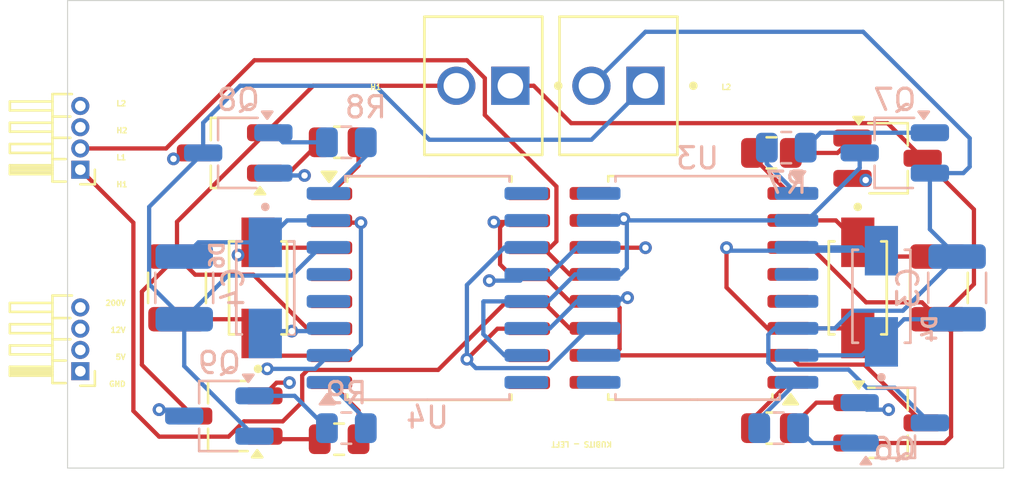
<source format=kicad_pcb>
(kicad_pcb (version 20240108) (generator "pcbnew") (generator_version "8.0")
  (layers (0 "F.Cu" signal) (1 "In1.Cu" power "power.Cu") (2 "In2.Cu" power "ground.Cu") (31 "B.Cu" signal) (34 "B.Paste" user) (35 "F.Paste" user) (36 "B.SilkS" user "B.Silkscreen") (37 "F.SilkS" user "F.Silkscreen") (38 "B.Mask" user) (39 "F.Mask" user) (44 "Edge.Cuts" user))
  (net 0 "")
  (net 1 "hout1")
  (net 2 "lout1")
  (net 3 "VB1")
  (net 4 "V2_12")
  (net 5 "flyout")
  (net 6 "hout2")
  (net 7 "V3_5")
  (net 8 "lout2")
  (net 9 "Net-(Q5-G)")
  (net 10 "Net-(Q2-G)")
  (net 11 "Net-(Q3-G)")
  (net 12 "Net-(Q4-G)")
  (net 13 "Net-(Q6-G)")
  (net 14 "Net-(Q7-G)")
  (net 15 "Net-(Q8-G)")
  (net 16 "Net-(U1-HO)")
  (net 17 "Net-(U1-LO)")
  (net 18 "Net-(U3-HO)")
  (net 19 "Net-(U3-LO)")
  (net 20 "Net-(U2-HO)")
  (net 21 "Net-(U2-LO)")
  (net 24 "Net-(Q9-G)")
  (net 25 "Net-(U4-HO)")
  (net 26 "Net-(U4-LO)")
  (net 45 "VB2")
  (net 46 "/coil_1_bridge/VLIN1")
  (net 47 "/coil_1_bridge/VHIN1")
  (net 48 "/coil_2_bridge/VLIN2")
  (net 49 "/coil_2_bridge/VHIN2")
  (net 50 "GND")
  (net 51 "VB3")
  (net 52 "VB4")
  (footprint "Capacitor_SMD:C_1210_3225Metric" (layer "F.Cu") (at 131.952352 73.130881 -90)
    (property "Reference" "C1" (hide yes))
    (property "Value" "10u")
    (pad "1" smd roundrect (at -1.475 0 270) (size 1.15 2.7) (layers "F.Cu" "F.Paste" "F.Mask") (roundrect_rratio 0.217391) (net 1 "hout1"))
    (pad "2" smd roundrect (at 1.475 0 270) (size 1.15 2.7) (layers "F.Cu" "F.Paste" "F.Mask") (roundrect_rratio 0.217391) (net 3 "VB1"))
  )
  (footprint "footprints:DIOM5227X250N" (layer "F.Cu") (at 135.762352 73.130881 90)
    (property "Reference" "D1" (hide yes))
    (property "Value" "ES1J")
    (pad "1" smd rect (at -2.145 0 90) (size 2.33 1.56) (layers "F.Cu" "F.Paste" "F.Mask") (net 3 "VB1"))
    (pad "2" smd rect (at 2.145 0 90) (size 2.33 1.56) (layers "F.Cu" "F.Paste" "F.Mask") (net 4 "V2_12"))
  )
  (footprint "Resistor_SMD:R_0805_2012Metric" (layer "F.Cu") (at 139.572352 66.280881 180)
    (property "Reference" "R3" (hide yes))
    (property "Value" "10")
    (pad "1" smd roundrect (at -0.9125 0 180) (size 1.025 1.4) (layers "F.Cu" "F.Paste" "F.Mask") (roundrect_rratio 0.243902) (net 17 "Net-(U1-LO)"))
    (pad "2" smd roundrect (at 0.9125 0 180) (size 1.025 1.4) (layers "F.Cu" "F.Paste" "F.Mask") (roundrect_rratio 0.243902) (net 11 "Net-(Q3-G)"))
  )
  (footprint "TE_282834-2:TE_282834-2" (layer "F.Cu") (at 146.352352 63.620881 180)
    (property "Reference" "J1" (hide yes))
    (property "Value" "282834-2" (hide yes))
    (pad "1" thru_hole rect (at -1.27 0 180) (size 1.8 1.8) (drill 1.2) (layers "*.Cu" "*.Mask") (net 2 "lout1"))
    (pad "2" thru_hole circle (at 1.27 0 180) (size 1.8 1.8) (drill 1.2) (layers "*.Cu" "*.Mask") (net 1 "hout1"))
  )
  (footprint "TE_282834-2:TE_282834-2" (layer "F.Cu") (at 152.702352 63.620881 180)
    (property "Reference" "J3" (hide yes))
    (property "Value" "282834-2" (hide yes))
    (pad "1" thru_hole rect (at -1.27 0 180) (size 1.8 1.8) (drill 1.2) (layers "*.Cu" "*.Mask") (net 8 "lout2"))
    (pad "2" thru_hole circle (at 1.27 0 180) (size 1.8 1.8) (drill 1.2) (layers "*.Cu" "*.Mask") (net 6 "hout2"))
  )
  (footprint "Connector_PinHeader_1.00mm:PinHeader_1x04_P1.00mm_Horizontal" (layer "F.Cu") (at 127.407352 77.050881 180)
    (property "Reference" "J6" (hide yes))
    (property "Value" "Conn_01x04_Pin" (hide yes))
    (pad "1" thru_hole rect (at 0 0 180) (size 0.85 0.85) (drill 0.5) (layers "*.Cu" "*.Mask") (net 50 "GND"))
    (pad "2" thru_hole oval (at 0 1 180) (size 0.85 0.85) (drill 0.5) (layers "*.Cu" "*.Mask") (net 7 "V3_5"))
    (pad "3" thru_hole oval (at 0 2 180) (size 0.85 0.85) (drill 0.5) (layers "*.Cu" "*.Mask") (net 4 "V2_12"))
    (pad "4" thru_hole oval (at 0 3 180) (size 0.85 0.85) (drill 0.5) (layers "*.Cu" "*.Mask") (net 5 "flyout"))
  )
  (footprint "Resistor_SMD:R_0805_2012Metric" (layer "F.Cu") (at 139.572352 80.250881 180)
    (property "Reference" "R2" (hide yes))
    (property "Value" "10")
    (pad "1" smd roundrect (at -0.9125 0 180) (size 1.025 1.4) (layers "F.Cu" "F.Paste" "F.Mask") (roundrect_rratio 0.243902) (net 16 "Net-(U1-HO)"))
    (pad "2" smd roundrect (at 0.9125 0 180) (size 1.025 1.4) (layers "F.Cu" "F.Paste" "F.Mask") (roundrect_rratio 0.243902) (net 10 "Net-(Q2-G)"))
  )
  (footprint "Package_TO_SOT_SMD:SC-59_Handsoldering" (layer "F.Cu") (at 165.352352 67.030881)
    (property "Reference" "Q4" (hide yes))
    (property "Value" "IRFP4668PbF")
    (pad "1" smd roundrect (at -1.65 -0.95) (size 1.8 0.8) (layers "F.Cu" "F.Paste" "F.Mask") (net 12 "Net-(Q4-G)"))
    (pad "2" smd roundrect (at -1.65 0.95) (size 1.8 0.8) (layers "F.Cu" "F.Paste" "F.Mask") (net 5 "flyout"))
    (pad "3" smd roundrect (at 1.65 0) (size 1.8 0.8) (layers "F.Cu" "F.Paste" "F.Mask") (net 2 "lout1"))
  )
  (footprint "Package_TO_SOT_SMD:SC-59_Handsoldering" (layer "F.Cu") (at 165.352352 79.480881)
    (property "Reference" "Q5" (hide yes))
    (property "Value" "IRFP4668PbF" (hide yes))
    (pad "1" smd roundrect (at -1.65 -0.95) (size 1.8 0.8) (layers "F.Cu" "F.Paste" "F.Mask") (net 9 "Net-(Q5-G)"))
    (pad "2" smd roundrect (at -1.65 0.95) (size 1.8 0.8) (layers "F.Cu" "F.Paste" "F.Mask") (net 2 "lout1"))
    (pad "3" smd roundrect (at 1.65 0) (size 1.8 0.8) (layers "F.Cu" "F.Paste" "F.Mask") (net 50 "GND"))
  )
  (footprint "Package_SO:SOIC-16W_7.5x10.3mm_P1.27mm" (layer "F.Cu") (at 156.082352 73.130881 180)
    (property "Reference" "U2" (hide yes))
    (property "Value" "IR2113S")
    (pad "1" smd roundrect (at -4.65 -4.445 180) (size 2.05 0.6) (layers "F.Cu" "F.Paste" "F.Mask") (net 21 "Net-(U2-LO)"))
    (pad "2" smd roundrect (at -4.65 -3.175 180) (size 2.05 0.6) (layers "F.Cu" "F.Paste" "F.Mask") (net 50 "GND"))
    (pad "3" smd roundrect (at -4.65 -1.905 180) (size 2.05 0.6) (layers "F.Cu" "F.Paste" "F.Mask") (net 4 "V2_12"))
    (pad "4" smd roundrect (at -4.65 -0.635 180) (size 2.05 0.6) (layers "F.Cu" "F.Paste" "F.Mask"))
    (pad "5" smd roundrect (at -4.65 0.635 180) (size 2.05 0.6) (layers "F.Cu" "F.Paste" "F.Mask"))
    (pad "6" smd roundrect (at -4.65 1.905 180) (size 2.05 0.6) (layers "F.Cu" "F.Paste" "F.Mask") (net 2 "lout1"))
    (pad "7" smd roundrect (at -4.65 3.175 180) (size 2.05 0.6) (layers "F.Cu" "F.Paste" "F.Mask") (net 45 "VB2"))
    (pad "8" smd roundrect (at -4.65 4.445 180) (size 2.05 0.6) (layers "F.Cu" "F.Paste" "F.Mask") (net 20 "Net-(U2-HO)"))
    (pad "9" smd roundrect (at 4.65 4.445 180) (size 2.05 0.6) (layers "F.Cu" "F.Paste" "F.Mask"))
    (pad "10" smd roundrect (at 4.65 3.175 180) (size 2.05 0.6) (layers "F.Cu" "F.Paste" "F.Mask"))
    (pad "11" smd roundrect (at 4.65 1.905 180) (size 2.05 0.6) (layers "F.Cu" "F.Paste" "F.Mask") (net 7 "V3_5"))
    (pad "12" smd roundrect (at 4.65 0.635 180) (size 2.05 0.6) (layers "F.Cu" "F.Paste" "F.Mask") (net 46 "/coil_1_bridge/VLIN1"))
    (pad "13" smd roundrect (at 4.65 -0.635 180) (size 2.05 0.6) (layers "F.Cu" "F.Paste" "F.Mask") (net 50 "GND"))
    (pad "14" smd roundrect (at 4.65 -1.905 180) (size 2.05 0.6) (layers "F.Cu" "F.Paste" "F.Mask") (net 47 "/coil_1_bridge/VHIN1"))
    (pad "15" smd roundrect (at 4.65 -3.175 180) (size 2.05 0.6) (layers "F.Cu" "F.Paste" "F.Mask") (net 50 "GND"))
    (pad "16" smd roundrect (at 4.65 -4.445 180) (size 2.05 0.6) (layers "F.Cu" "F.Paste" "F.Mask"))
  )
  (footprint "Connector_PinHeader_1.00mm:PinHeader_1x04_P1.00mm_Horizontal" (layer "F.Cu") (at 127.407352 67.570881 180)
    (property "Reference" "J5" (hide yes))
    (property "Value" "Conn_01x04_Pin" (hide yes))
    (pad "1" thru_hole rect (at 0 0 180) (size 0.85 0.85) (drill 0.5) (layers "*.Cu" "*.Mask") (net 47 "/coil_1_bridge/VHIN1"))
    (pad "2" thru_hole oval (at 0 1 180) (size 0.85 0.85) (drill 0.5) (layers "*.Cu" "*.Mask") (net 46 "/coil_1_bridge/VLIN1"))
    (pad "3" thru_hole oval (at 0 2 180) (size 0.85 0.85) (drill 0.5) (layers "*.Cu" "*.Mask") (net 49 "/coil_2_bridge/VHIN2"))
    (pad "4" thru_hole oval (at 0 3 180) (size 0.85 0.85) (drill 0.5) (layers "*.Cu" "*.Mask") (net 48 "/coil_2_bridge/VLIN2"))
  )
  (footprint "Package_TO_SOT_SMD:SC-59_Handsoldering" (layer "F.Cu") (at 134.492352 66.780881 180)
    (property "Reference" "Q3" (hide yes))
    (property "Value" "IRFP4668PbF" (hide yes))
    (pad "1" smd roundrect (at -1.65 -0.95 180) (size 1.8 0.8) (layers "F.Cu" "F.Paste" "F.Mask") (net 11 "Net-(Q3-G)"))
    (pad "2" smd roundrect (at -1.65 0.95 180) (size 1.8 0.8) (layers "F.Cu" "F.Paste" "F.Mask") (net 1 "hout1"))
    (pad "3" smd roundrect (at 1.65 0 180) (size 1.8 0.8) (layers "F.Cu" "F.Paste" "F.Mask") (net 50 "GND"))
  )
  (footprint "Capacitor_SMD:C_1210_3225Metric" (layer "F.Cu") (at 167.762352 73.130881 90)
    (property "Reference" "C2" (hide yes))
    (property "Value" "10u")
    (pad "1" smd roundrect (at -1.475 0 90) (size 1.15 2.7) (layers "F.Cu" "F.Paste" "F.Mask") (roundrect_rratio 0.217391) (net 2 "lout1"))
    (pad "2" smd roundrect (at 1.475 0 90) (size 1.15 2.7) (layers "F.Cu" "F.Paste" "F.Mask") (roundrect_rratio 0.217391) (net 45 "VB2"))
  )
  (footprint "Resistor_SMD:R_0805_2012Metric" (layer "F.Cu") (at 159.892352 79.730881)
    (property "Reference" "R5" (hide yes))
    (property "Value" "10" (hide yes))
    (pad "1" smd roundrect (at -0.9125 0) (size 1.025 1.4) (layers "F.Cu" "F.Paste" "F.Mask") (roundrect_rratio 0.243902) (net 21 "Net-(U2-LO)"))
    (pad "2" smd roundrect (at 0.9125 0) (size 1.025 1.4) (layers "F.Cu" "F.Paste" "F.Mask") (roundrect_rratio 0.243902) (net 9 "Net-(Q5-G)"))
  )
  (footprint "Package_TO_SOT_SMD:SC-59_Handsoldering" (layer "F.Cu") (at 134.362352 79.160881 180)
    (property "Reference" "Q2" (hide yes))
    (property "Value" "IRFP4668PbF" (hide yes))
    (pad "1" smd roundrect (at -1.65 -0.95 180) (size 1.8 0.8) (layers "F.Cu" "F.Paste" "F.Mask") (net 10 "Net-(Q2-G)"))
    (pad "2" smd roundrect (at -1.65 0.95 180) (size 1.8 0.8) (layers "F.Cu" "F.Paste" "F.Mask") (net 5 "flyout"))
    (pad "3" smd roundrect (at 1.65 0 180) (size 1.8 0.8) (layers "F.Cu" "F.Paste" "F.Mask") (net 1 "hout1"))
  )
  (footprint "footprints:DIOM5227X250N" (layer "F.Cu") (at 163.952352 73.130881 -90)
    (property "Reference" "D2" (hide yes))
    (property "Value" "ES1J")
    (pad "1" smd rect (at -2.145 0 270) (size 2.33 1.56) (layers "F.Cu" "F.Paste" "F.Mask") (net 45 "VB2"))
    (pad "2" smd rect (at 2.145 0 270) (size 2.33 1.56) (layers "F.Cu" "F.Paste" "F.Mask") (net 4 "V2_12"))
  )
  (footprint "Resistor_SMD:R_0805_2012Metric" (layer "F.Cu") (at 159.892352 66.780881)
    (property "Reference" "R4" (hide yes))
    (property "Value" "10")
    (pad "1" smd roundrect (at -0.9125 0) (size 1.025 1.4) (layers "F.Cu" "F.Paste" "F.Mask") (roundrect_rratio 0.243902) (net 20 "Net-(U2-HO)"))
    (pad "2" smd roundrect (at 0.9125 0) (size 1.025 1.4) (layers "F.Cu" "F.Paste" "F.Mask") (roundrect_rratio 0.243902) (net 12 "Net-(Q4-G)"))
  )
  (footprint "Package_SO:SOIC-16W_7.5x10.3mm_P1.27mm" (layer "F.Cu") (at 143.812352 73.145881)
    (property "Reference" "U1" (hide yes))
    (property "Value" "IR2113S" (hide yes))
    (pad "1" smd roundrect (at -4.65 -4.445) (size 2.05 0.6) (layers "F.Cu" "F.Paste" "F.Mask") (net 17 "Net-(U1-LO)"))
    (pad "2" smd roundrect (at -4.65 -3.175) (size 2.05 0.6) (layers "F.Cu" "F.Paste" "F.Mask") (net 50 "GND"))
    (pad "3" smd roundrect (at -4.65 -1.905) (size 2.05 0.6) (layers "F.Cu" "F.Paste" "F.Mask") (net 4 "V2_12"))
    (pad "4" smd roundrect (at -4.65 -0.635) (size 2.05 0.6) (layers "F.Cu" "F.Paste" "F.Mask"))
    (pad "5" smd roundrect (at -4.65 0.635) (size 2.05 0.6) (layers "F.Cu" "F.Paste" "F.Mask"))
    (pad "6" smd roundrect (at -4.65 1.905) (size 2.05 0.6) (layers "F.Cu" "F.Paste" "F.Mask") (net 1 "hout1"))
    (pad "7" smd roundrect (at -4.65 3.175) (size 2.05 0.6) (layers "F.Cu" "F.Paste" "F.Mask") (net 3 "VB1"))
    (pad "8" smd roundrect (at -4.65 4.445) (size 2.05 0.6) (layers "F.Cu" "F.Paste" "F.Mask") (net 16 "Net-(U1-HO)"))
    (pad "9" smd roundrect (at 4.65 4.445) (size 2.05 0.6) (layers "F.Cu" "F.Paste" "F.Mask"))
    (pad "10" smd roundrect (at 4.65 3.175) (size 2.05 0.6) (layers "F.Cu" "F.Paste" "F.Mask"))
    (pad "11" smd roundrect (at 4.65 1.905) (size 2.05 0.6) (layers "F.Cu" "F.Paste" "F.Mask") (net 7 "V3_5"))
    (pad "12" smd roundrect (at 4.65 0.635) (size 2.05 0.6) (layers "F.Cu" "F.Paste" "F.Mask") (net 47 "/coil_1_bridge/VHIN1"))
    (pad "13" smd roundrect (at 4.65 -0.635) (size 2.05 0.6) (layers "F.Cu" "F.Paste" "F.Mask") (net 50 "GND"))
    (pad "14" smd roundrect (at 4.65 -1.905) (size 2.05 0.6) (layers "F.Cu" "F.Paste" "F.Mask") (net 46 "/coil_1_bridge/VLIN1"))
    (pad "15" smd roundrect (at 4.65 -3.175) (size 2.05 0.6) (layers "F.Cu" "F.Paste" "F.Mask") (net 50 "GND"))
    (pad "16" smd roundrect (at 4.65 -4.445) (size 2.05 0.6) (layers "F.Cu" "F.Paste" "F.Mask"))
  )
  (footprint "Package_TO_SOT_SMD:SC-59_Handsoldering" (layer "B.Cu") (at 133.942352 79.160881 180)
    (property "Reference" "Q9" (at 0 2.5 0) (layer "B.SilkS") (effects (justify mirror)))
    (property "Value" "IRFP4668PbF" (hide yes))
    (pad "1" smd roundrect (at -1.65 0.95 180) (size 1.8 0.8) (layers "B.Cu" "B.Paste" "B.Mask") (net 24 "Net-(Q9-G)"))
    (pad "2" smd roundrect (at -1.65 -0.95 180) (size 1.8 0.8) (layers "B.Cu" "B.Paste" "B.Mask") (net 8 "lout2"))
    (pad "3" smd roundrect (at 1.65 0 180) (size 1.8 0.8) (layers "B.Cu" "B.Paste" "B.Mask") (net 50 "GND"))
  )
  (footprint "Capacitor_SMD:C_1210_3225Metric" (layer "B.Cu") (at 168.622352 73.130881 -90)
    (property "Reference" "C3" (at 0 2.3 90) (layer "B.SilkS") (effects (justify mirror)))
    (property "Value" "10u")
    (pad "1" smd roundrect (at -1.475 0 270) (size 1.15 2.7) (layers "B.Cu" "B.Paste" "B.Mask") (roundrect_rratio 0.217391) (net 6 "hout2"))
    (pad "2" smd roundrect (at 1.475 0 270) (size 1.15 2.7) (layers "B.Cu" "B.Paste" "B.Mask") (roundrect_rratio 0.217391) (net 51 "VB3"))
  )
  (footprint "Package_SO:SOIC-16W_7.5x10.3mm_P1.27mm" (layer "B.Cu") (at 156.422352 73.130881 180)
    (property "Reference" "U3" (at 0 6.1 0) (layer "B.SilkS") (effects (justify mirror)))
    (property "Value" "IR2113S")
    (pad "1" smd roundrect (at -4.65 4.445 180) (size 2.05 0.6) (layers "B.Cu" "B.Paste" "B.Mask") (net 19 "Net-(U3-LO)"))
    (pad "2" smd roundrect (at -4.65 3.175 180) (size 2.05 0.6) (layers "B.Cu" "B.Paste" "B.Mask") (net 50 "GND"))
    (pad "3" smd roundrect (at -4.65 1.905 180) (size 2.05 0.6) (layers "B.Cu" "B.Paste" "B.Mask") (net 4 "V2_12"))
    (pad "4" smd roundrect (at -4.65 0.635 180) (size 2.05 0.6) (layers "B.Cu" "B.Paste" "B.Mask"))
    (pad "5" smd roundrect (at -4.65 -0.635 180) (size 2.05 0.6) (layers "B.Cu" "B.Paste" "B.Mask"))
    (pad "6" smd roundrect (at -4.65 -1.905 180) (size 2.05 0.6) (layers "B.Cu" "B.Paste" "B.Mask") (net 6 "hout2"))
    (pad "7" smd roundrect (at -4.65 -3.175 180) (size 2.05 0.6) (layers "B.Cu" "B.Paste" "B.Mask") (net 51 "VB3"))
    (pad "8" smd roundrect (at -4.65 -4.445 180) (size 2.05 0.6) (layers "B.Cu" "B.Paste" "B.Mask") (net 18 "Net-(U3-HO)"))
    (pad "9" smd roundrect (at 4.65 -4.445 180) (size 2.05 0.6) (layers "B.Cu" "B.Paste" "B.Mask"))
    (pad "10" smd roundrect (at 4.65 -3.175 180) (size 2.05 0.6) (layers "B.Cu" "B.Paste" "B.Mask"))
    (pad "11" smd roundrect (at 4.65 -1.905 180) (size 2.05 0.6) (layers "B.Cu" "B.Paste" "B.Mask") (net 7 "V3_5"))
    (pad "12" smd roundrect (at 4.65 -0.635 180) (size 2.05 0.6) (layers "B.Cu" "B.Paste" "B.Mask") (net 49 "/coil_2_bridge/VHIN2"))
    (pad "13" smd roundrect (at 4.65 0.635 180) (size 2.05 0.6) (layers "B.Cu" "B.Paste" "B.Mask") (net 50 "GND"))
    (pad "14" smd roundrect (at 4.65 1.905 180) (size 2.05 0.6) (layers "B.Cu" "B.Paste" "B.Mask") (net 48 "/coil_2_bridge/VLIN2"))
    (pad "15" smd roundrect (at 4.65 3.175 180) (size 2.05 0.6) (layers "B.Cu" "B.Paste" "B.Mask") (net 50 "GND"))
    (pad "16" smd roundrect (at 4.65 4.445 180) (size 2.05 0.6) (layers "B.Cu" "B.Paste" "B.Mask"))
  )
  (footprint "Package_SO:SOIC-16W_7.5x10.3mm_P1.27mm" (layer "B.Cu") (at 143.722352 73.130881)
    (property "Reference" "U4" (at 0 6.1 0) (layer "B.SilkS") (effects (justify mirror)))
    (property "Value" "IR2113S")
    (pad "1" smd roundrect (at -4.65 4.445) (size 2.05 0.6) (layers "B.Cu" "B.Paste" "B.Mask") (net 26 "Net-(U4-LO)"))
    (pad "2" smd roundrect (at -4.65 3.175) (size 2.05 0.6) (layers "B.Cu" "B.Paste" "B.Mask") (net 50 "GND"))
    (pad "3" smd roundrect (at -4.65 1.905) (size 2.05 0.6) (layers "B.Cu" "B.Paste" "B.Mask") (net 4 "V2_12"))
    (pad "4" smd roundrect (at -4.65 0.635) (size 2.05 0.6) (layers "B.Cu" "B.Paste" "B.Mask"))
    (pad "5" smd roundrect (at -4.65 -0.635) (size 2.05 0.6) (layers "B.Cu" "B.Paste" "B.Mask"))
    (pad "6" smd roundrect (at -4.65 -1.905) (size 2.05 0.6) (layers "B.Cu" "B.Paste" "B.Mask") (net 8 "lout2"))
    (pad "7" smd roundrect (at -4.65 -3.175) (size 2.05 0.6) (layers "B.Cu" "B.Paste" "B.Mask") (net 52 "VB4"))
    (pad "8" smd roundrect (at -4.65 -4.445) (size 2.05 0.6) (layers "B.Cu" "B.Paste" "B.Mask") (net 25 "Net-(U4-HO)"))
    (pad "9" smd roundrect (at 4.65 -4.445) (size 2.05 0.6) (layers "B.Cu" "B.Paste" "B.Mask"))
    (pad "10" smd roundrect (at 4.65 -3.175) (size 2.05 0.6) (layers "B.Cu" "B.Paste" "B.Mask"))
    (pad "11" smd roundrect (at 4.65 -1.905) (size 2.05 0.6) (layers "B.Cu" "B.Paste" "B.Mask") (net 7 "V3_5"))
    (pad "12" smd roundrect (at 4.65 -0.635) (size 2.05 0.6) (layers "B.Cu" "B.Paste" "B.Mask") (net 48 "/coil_2_bridge/VLIN2"))
    (pad "13" smd roundrect (at 4.65 0.635) (size 2.05 0.6) (layers "B.Cu" "B.Paste" "B.Mask") (net 50 "GND"))
    (pad "14" smd roundrect (at 4.65 1.905) (size 2.05 0.6) (layers "B.Cu" "B.Paste" "B.Mask") (net 49 "/coil_2_bridge/VHIN2"))
    (pad "15" smd roundrect (at 4.65 3.175) (size 2.05 0.6) (layers "B.Cu" "B.Paste" "B.Mask") (net 50 "GND"))
    (pad "16" smd roundrect (at 4.65 4.445) (size 2.05 0.6) (layers "B.Cu" "B.Paste" "B.Mask"))
  )
  (footprint "Resistor_SMD:R_0805_2012Metric" (layer "B.Cu") (at 139.912352 79.730881 180)
    (property "Reference" "R9" (at 0 1.65 0) (layer "B.SilkS") (effects (justify mirror)))
    (property "Value" "10")
    (pad "1" smd roundrect (at -0.9125 0 180) (size 1.025 1.4) (layers "B.Cu" "B.Paste" "B.Mask") (roundrect_rratio 0.243902) (net 26 "Net-(U4-LO)"))
    (pad "2" smd roundrect (at 0.9125 0 180) (size 1.025 1.4) (layers "B.Cu" "B.Paste" "B.Mask") (roundrect_rratio 0.243902) (net 24 "Net-(Q9-G)"))
  )
  (footprint "Package_TO_SOT_SMD:SC-59_Handsoldering" (layer "B.Cu") (at 134.832352 66.780881 180)
    (property "Reference" "Q8" (at 0 2.5 0) (layer "B.SilkS") (effects (justify mirror)))
    (property "Value" "IRFP4668PbF" (hide yes))
    (pad "1" smd roundrect (at -1.65 0.95 180) (size 1.8 0.8) (layers "B.Cu" "B.Paste" "B.Mask") (net 15 "Net-(Q8-G)"))
    (pad "2" smd roundrect (at -1.65 -0.95 180) (size 1.8 0.8) (layers "B.Cu" "B.Paste" "B.Mask") (net 5 "flyout"))
    (pad "3" smd roundrect (at 1.65 0 180) (size 1.8 0.8) (layers "B.Cu" "B.Paste" "B.Mask") (net 8 "lout2"))
  )
  (footprint "Resistor_SMD:R_0805_2012Metric" (layer "B.Cu") (at 160.589852 66.530881)
    (property "Reference" "R7" (at 0 1.65 0) (layer "B.SilkS") (effects (justify mirror)))
    (property "Value" "10")
    (pad "1" smd roundrect (at -0.9125 0) (size 1.025 1.4) (layers "B.Cu" "B.Paste" "B.Mask") (roundrect_rratio 0.243902) (net 19 "Net-(U3-LO)"))
    (pad "2" smd roundrect (at 0.9125 0) (size 1.025 1.4) (layers "B.Cu" "B.Paste" "B.Mask") (roundrect_rratio 0.243902) (net 14 "Net-(Q7-G)"))
  )
  (footprint "Package_TO_SOT_SMD:SC-59_Handsoldering" (layer "B.Cu") (at 165.692352 66.780881 180)
    (property "Reference" "Q7" (at 0 2.5 0) (layer "B.SilkS") (effects (justify mirror)))
    (property "Value" "IRFP4668PbF")
    (pad "1" smd roundrect (at -1.65 0.95 180) (size 1.8 0.8) (layers "B.Cu" "B.Paste" "B.Mask") (net 14 "Net-(Q7-G)"))
    (pad "2" smd roundrect (at -1.65 -0.95 180) (size 1.8 0.8) (layers "B.Cu" "B.Paste" "B.Mask") (net 6 "hout2"))
    (pad "3" smd roundrect (at 1.65 0 180) (size 1.8 0.8) (layers "B.Cu" "B.Paste" "B.Mask") (net 50 "GND"))
  )
  (footprint "footprints:DIOM5227X250N" (layer "B.Cu") (at 136.102352 73.130881 -90)
    (property "Reference" "D6" (at -1.528 2.2689 90) (layer "B.SilkS") (effects (font (size 0.64 0.64)) (justify mirror)))
    (property "Value" "ES1J")
    (pad "1" smd rect (at -2.145 0 270) (size 2.33 1.56) (layers "B.Cu" "B.Paste" "B.Mask") (net 52 "VB4"))
    (pad "2" smd rect (at 2.145 0 270) (size 2.33 1.56) (layers "B.Cu" "B.Paste" "B.Mask") (net 4 "V2_12"))
  )
  (footprint "Resistor_SMD:R_0805_2012Metric" (layer "B.Cu") (at 160.232352 79.730881)
    (property "Reference" "R6" (hide yes))
    (property "Value" "10")
    (pad "1" smd roundrect (at -0.9125 0) (size 1.025 1.4) (layers "B.Cu" "B.Paste" "B.Mask") (roundrect_rratio 0.243902) (net 18 "Net-(U3-HO)"))
    (pad "2" smd roundrect (at 0.9125 0) (size 1.025 1.4) (layers "B.Cu" "B.Paste" "B.Mask") (roundrect_rratio 0.243902) (net 13 "Net-(Q6-G)"))
  )
  (footprint "Package_TO_SOT_SMD:SC-59_Handsoldering" (layer "B.Cu") (at 165.692352 79.480881)
    (property "Reference" "Q6" (at 0 1.23 0) (layer "B.SilkS") (effects (justify mirror)))
    (property "Value" "IRFP4668PbF")
    (pad "1" smd roundrect (at -1.65 0.95) (size 1.8 0.8) (layers "B.Cu" "B.Paste" "B.Mask") (net 13 "Net-(Q6-G)"))
    (pad "2" smd roundrect (at -1.65 -0.95) (size 1.8 0.8) (layers "B.Cu" "B.Paste" "B.Mask") (net 5 "flyout"))
    (pad "3" smd roundrect (at 1.65 0) (size 1.8 0.8) (layers "B.Cu" "B.Paste" "B.Mask") (net 6 "hout2"))
  )
  (footprint "footprints:DIOM5227X250N" (layer "B.Cu") (at 165.062352 73.525881 90)
    (property "Reference" "D4" (at -1.528 2.2689 90) (layer "B.SilkS") (effects (font (size 0.64 0.64)) (justify mirror)))
    (property "Value" "ES1J")
    (pad "1" smd rect (at -2.145 0 90) (size 2.33 1.56) (layers "B.Cu" "B.Paste" "B.Mask") (net 51 "VB3"))
    (pad "2" smd rect (at 2.145 0 90) (size 2.33 1.56) (layers "B.Cu" "B.Paste" "B.Mask") (net 4 "V2_12"))
  )
  (footprint "Resistor_SMD:R_0805_2012Metric" (layer "B.Cu") (at 139.912352 66.280881 180)
    (property "Reference" "R8" (at -0.9125 1.65 0) (layer "B.SilkS") (effects (justify mirror)))
    (property "Value" "10" (hide yes))
    (pad "1" smd roundrect (at -0.9125 0 180) (size 1.025 1.4) (layers "B.Cu" "B.Paste" "B.Mask") (roundrect_rratio 0.243902) (net 25 "Net-(U4-HO)"))
    (pad "2" smd roundrect (at 0.9125 0 180) (size 1.025 1.4) (layers "B.Cu" "B.Paste" "B.Mask") (roundrect_rratio 0.243902) (net 15 "Net-(Q8-G)"))
  )
  (footprint "Capacitor_SMD:C_1210_3225Metric" (layer "B.Cu") (at 132.292352 73.130881 90)
    (property "Reference" "C4" (at 0 2.3 90) (layer "B.SilkS") (effects (justify mirror)))
    (property "Value" "10u")
    (pad "1" smd roundrect (at -1.475 0 90) (size 1.15 2.7) (layers "B.Cu" "B.Paste" "B.Mask") (roundrect_rratio 0.217391) (net 8 "lout2"))
    (pad "2" smd roundrect (at 1.475 0 90) (size 1.15 2.7) (layers "B.Cu" "B.Paste" "B.Mask") (roundrect_rratio 0.217391) (net 52 "VB4"))
  )
  (gr_rect (start 126.808 59.61) (end 170.808 81.61) (stroke (width 0.05)) (fill none) (layer "Edge.Cuts"))
  (gr_text "L2" (at 157.51 63.83 0) (layer "F.SilkS") (effects (font (size 0.25 0.25) (thickness 0.0625)) (justify left bottom)))
  (gr_text "L1" (at 129.07 67.14 0) (layer "F.SilkS") (effects (font (size 0.25 0.25) (thickness 0.0625)) (justify left bottom)))
  (gr_text "5V" (at 129.57 76.53 0) (layer "F.SilkS") (effects (font (size 0.25 0.25) (thickness 0.0625)) (justify right bottom)))
  (gr_text "H1" (at 129.07 68.41 0) (layer "F.SilkS") (effects (font (size 0.25 0.25) (thickness 0.0625)) (justify left bottom)))
  (gr_text "12V" (at 129.57 75.26 0) (layer "F.SilkS") (effects (font (size 0.25 0.25) (thickness 0.0625)) (justify right bottom)))
  (gr_text "H2" (at 129.07 65.87 0) (layer "F.SilkS") (effects (font (size 0.25 0.25) (thickness 0.0625)) (justify left bottom)))
  (gr_text "200V" (at 129.57 73.99 0) (layer "F.SilkS") (effects (font (size 0.25 0.25) (thickness 0.0625)) (justify right bottom)))
  (gr_text "L2" (at 129.07 64.6 0) (layer "F.SilkS") (effects (font (size 0.25 0.25) (thickness 0.0625)) (justify left bottom)))
  (gr_text "GND" (at 129.57 77.8 0) (layer "F.SilkS") (effects (font (size 0.25 0.25) (thickness 0.0625)) (justify right bottom)))
  (gr_text "KUBITS - LEFT" (at 152.43 80.34 180) (layer "F.SilkS") (effects (font (size 0.25 0.25) (thickness 0.0625)) (justify left bottom)))
  (gr_text "H1" (at 141 63.83 0) (layer "F.SilkS") (effects (font (size 0.25 0.25) (thickness 0.0625)) (justify left bottom)))
  (segment (start 130.302352 76.750881) (end 130.302352 73.305881) (width 0.2) (layer "F.Cu") (net 1))
  (segment (start 135.542352 72.510881) (end 132.807352 72.510881) (width 0.2) (layer "F.Cu") (net 1))
  (segment (start 139.162352 75.050881) (end 138.082352 75.050881) (width 0.2) (layer "F.Cu") (net 1))
  (segment (start 132.807352 72.510881) (end 131.952352 71.655881) (width 0.2) (layer "F.Cu") (net 1))
  (segment (start 145.082352 63.620881) (end 138.352352 63.620881) (width 0.2) (layer "F.Cu") (net 1))
  (segment (start 131.952352 71.655881) (end 131.952352 70.020881) (width 0.2) (layer "F.Cu") (net 1))
  (segment (start 130.302352 73.305881) (end 131.952352 71.655881) (width 0.2) (layer "F.Cu") (net 1))
  (segment (start 138.352352 63.620881) (end 136.142352 65.830881) (width 0.2) (layer "F.Cu") (net 1))
  (segment (start 138.082352 75.050881) (end 135.542352 72.510881) (width 0.2) (layer "F.Cu") (net 1))
  (segment (start 131.952352 70.020881) (end 136.142352 65.830881) (width 0.2) (layer "F.Cu") (net 1))
  (segment (start 132.712352 79.160881) (end 130.302352 76.750881) (width 0.2) (layer "F.Cu") (net 1))
  (segment (start 168.337352 75.180881) (end 167.762352 74.605881) (width 0.2) (layer "F.Cu") (net 2))
  (segment (start 168.037352 80.430881) (end 168.337352 80.130881) (width 0.2) (layer "F.Cu") (net 2))
  (segment (start 165.352352 65.380881) (end 167.002352 67.030881) (width 0.2) (layer "F.Cu") (net 2))
  (segment (start 163.702352 80.430881) (end 168.037352 80.430881) (width 0.2) (layer "F.Cu") (net 2))
  (segment (start 169.412352 69.440881) (end 169.412352 72.955881) (width 0.2) (layer "F.Cu") (net 2))
  (segment (start 164.342351 73.810881) (end 166.967352 73.810881) (width 0.2) (layer "F.Cu") (net 2))
  (segment (start 169.412352 72.955881) (end 167.762352 74.605881) (width 0.2) (layer "F.Cu") (net 2))
  (segment (start 166.967352 73.810881) (end 167.762352 74.605881) (width 0.2) (layer "F.Cu") (net 2))
  (segment (start 161.757351 71.225881) (end 164.342351 73.810881) (width 0.2) (layer "F.Cu") (net 2))
  (segment (start 148.722352 63.620881) (end 150.482352 65.380881) (width 0.2) (layer "F.Cu") (net 2))
  (segment (start 160.732352 71.225881) (end 161.757351 71.225881) (width 0.2) (layer "F.Cu") (net 2))
  (segment (start 147.622352 63.620881) (end 148.722352 63.620881) (width 0.2) (layer "F.Cu") (net 2))
  (segment (start 168.337352 80.130881) (end 168.337352 75.180881) (width 0.2) (layer "F.Cu") (net 2))
  (segment (start 150.482352 65.380881) (end 165.352352 65.380881) (width 0.2) (layer "F.Cu") (net 2))
  (segment (start 167.002352 67.030881) (end 169.412352 69.440881) (width 0.2) (layer "F.Cu") (net 2))
  (segment (start 135.092352 74.605881) (end 135.762352 75.275881) (width 0.2) (layer "F.Cu") (net 3))
  (segment (start 136.807352 76.320881) (end 139.162352 76.320881) (width 0.2) (layer "F.Cu") (net 3))
  (segment (start 135.762352 75.275881) (end 136.807352 76.320881) (width 0.2) (layer "F.Cu") (net 3))
  (segment (start 131.952352 74.605881) (end 135.092352 74.605881) (width 0.2) (layer "F.Cu") (net 3))
  (segment (start 157.782352 73.11088) (end 159.707353 75.035881) (width 0.2) (layer "F.Cu") (net 4))
  (segment (start 160.732352 75.035881) (end 163.712352 75.035881) (width 0.2) (layer "F.Cu") (net 4))
  (segment (start 134.82235 71.585881) (end 135.162352 71.585881) (width 0.2) (layer "F.Cu") (net 4))
  (segment (start 139.162352 71.240881) (end 136.017352 71.240881) (width 0.2) (layer "F.Cu") (net 4))
  (segment (start 136.017352 71.240881) (end 135.762352 70.985881) (width 0.2) (layer "F.Cu") (net 4))
  (segment (start 157.782352 71.240881) (end 157.782352 73.11088) (width 0.2) (layer "F.Cu") (net 4))
  (segment (start 135.162352 71.585881) (end 135.762352 70.985881) (width 0.2) (layer "F.Cu") (net 4))
  (segment (start 159.707353 75.035881) (end 160.732352 75.035881) (width 0.2) (layer "F.Cu") (net 4))
  (segment (start 163.712352 75.035881) (end 163.952352 75.275881) (width 0.2) (layer "F.Cu") (net 4))
  (via (at 157.782352 71.240881) (size 0.6) (drill 0.3) (layers "F.Cu" "B.Cu") (net 4))
  (via (at 137.348087 75.165146) (size 0.6) (drill 0.3) (layers "F.Cu" "B.Cu") (net 4))
  (via (at 134.82235 71.585881) (size 0.6) (drill 0.3) (layers "F.Cu" "B.Cu") (net 4))
  (segment (start 137.348087 75.165146) (end 138.943087 75.165146) (width 0.2) (layer "B.Cu") (net 4))
  (segment (start 137.348087 75.165146) (end 136.213087 75.165146) (width 0.2) (layer "B.Cu") (net 4))
  (segment (start 136.213087 75.165146) (end 136.102352 75.275881) (width 0.2) (layer "B.Cu") (net 4))
  (segment (start 164.117352 71.225881) (end 161.072352 71.225881) (width 0.2) (layer "B.Cu") (net 4))
  (segment (start 165.062352 71.380881) (end 164.272352 71.380881) (width 0.2) (layer "B.Cu") (net 4))
  (segment (start 157.922352 71.380881) (end 165.062352 71.380881) (width 0.2) (layer "B.Cu") (net 4))
  (segment (start 164.272352 71.380881) (end 164.117352 71.225881) (width 0.2) (layer "B.Cu") (net 4))
  (segment (start 157.782352 71.240881) (end 157.922352 71.380881) (width 0.2) (layer "B.Cu") (net 4))
  (segment (start 138.943087 75.165146) (end 139.072352 75.035881) (width 0.2) (layer "B.Cu") (net 4))
  (segment (start 136.632352 77.590881) (end 136.012352 78.210881) (width 0.2) (layer "F.Cu") (net 5))
  (segment (start 163.779313 68.057842) (end 163.702352 67.980881) (width 0.2) (layer "F.Cu") (net 5))
  (segment (start 164.323921 68.057842) (end 163.779313 68.057842) (width 0.2) (layer "F.Cu") (net 5))
  (segment (start 137.237352 77.590881) (end 136.632352 77.590881) (width 0.2) (layer "F.Cu") (net 5))
  (via (at 165.402352 78.860881) (size 0.6) (drill 0.3) (layers "F.Cu" "B.Cu") (net 5))
  (via (at 164.323921 68.057842) (size 0.6) (drill 0.3) (layers "F.Cu" "B.Cu") (net 5))
  (via (at 137.947483 67.84178) (size 0.6) (drill 0.3) (layers "F.Cu" "B.Cu") (net 5))
  (via (at 137.237352 77.590881) (size 0.6) (drill 0.3) (layers "F.Cu" "B.Cu") (net 5))
  (segment (start 164.372352 78.860881) (end 164.042352 78.530881) (width 0.2) (layer "B.Cu") (net 5))
  (segment (start 165.402352 78.860881) (end 164.372352 78.860881) (width 0.2) (layer "B.Cu") (net 5))
  (segment (start 137.947483 67.84178) (end 136.593251 67.84178) (width 0.2) (layer "B.Cu") (net 5))
  (segment (start 136.593251 67.84178) (end 136.482352 67.730881) (width 0.2) (layer "B.Cu") (net 5))
  (segment (start 169.212352 66.088233) (end 169.212352 67.430881) (width 0.2) (layer "B.Cu") (net 6))
  (segment (start 166.072352 74.205881) (end 163.707352 74.205881) (width 0.2) (layer "B.Cu") (net 6))
  (segment (start 168.622352 71.655881) (end 166.072352 74.205881) (width 0.2) (layer "B.Cu") (net 6))
  (segment (start 153.972352 61.080881) (end 164.205 61.080881) (width 0.2) (layer "B.Cu") (net 6))
  (segment (start 162.877352 75.035881) (end 161.072352 75.035881) (width 0.2) (layer "B.Cu") (net 6))
  (segment (start 168.912352 67.730881) (end 167.342352 67.730881) (width 0.2) (layer "B.Cu") (net 6))
  (segment (start 160.047353 75.035881) (end 159.747352 75.335882) (width 0.2) (layer "B.Cu") (net 6))
  (segment (start 151.432352 63.620881) (end 153.972352 61.080881) (width 0.2) (layer "B.Cu") (net 6))
  (segment (start 159.747352 76.646433) (end 160.0768 76.975881) (width 0.2) (layer "B.Cu") (net 6))
  (segment (start 163.517352 76.975881) (end 164.372352 77.830881) (width 0.2) (layer "B.Cu") (net 6))
  (segment (start 159.747352 75.335882) (end 159.747352 76.646433) (width 0.2) (layer "B.Cu") (net 6))
  (segment (start 165.692352 77.830881) (end 167.342352 79.480881) (width 0.2) (layer "B.Cu") (net 6))
  (segment (start 163.707352 74.205881) (end 162.877352 75.035881) (width 0.2) (layer "B.Cu") (net 6))
  (segment (start 164.205 61.080881) (end 169.212352 66.088233) (width 0.2) (layer "B.Cu") (net 6))
  (segment (start 168.622352 71.655881) (end 167.342352 70.375881) (width 0.2) (layer "B.Cu") (net 6))
  (segment (start 164.372352 77.830881) (end 165.692352 77.830881) (width 0.2) (layer "B.Cu") (net 6))
  (segment (start 161.072352 75.035881) (end 160.047353 75.035881) (width 0.2) (layer "B.Cu") (net 6))
  (segment (start 169.212352 67.430881) (end 168.912352 67.730881) (width 0.2) (layer "B.Cu") (net 6))
  (segment (start 160.0768 76.975881) (end 163.517352 76.975881) (width 0.2) (layer "B.Cu") (net 6))
  (segment (start 167.342352 70.375881) (end 167.342352 67.730881) (width 0.2) (layer "B.Cu") (net 6))
  (segment (start 152.702352 71.240881) (end 152.687352 71.225881) (width 0.2) (layer "F.Cu") (net 7))
  (segment (start 152.687352 71.225881) (end 151.432352 71.225881) (width 0.2) (layer "F.Cu") (net 7))
  (segment (start 147.015884 75.050881) (end 148.462352 75.050881) (width 0.2) (layer "F.Cu") (net 7))
  (segment (start 145.58 76.486765) (end 147.015884 75.050881) (width 0.2) (layer "F.Cu") (net 7))
  (segment (start 153.972352 71.240881) (end 152.702352 71.240881) (width 0.2) (layer "F.Cu") (net 7))
  (via (at 153.972352 71.240881) (size 0.6) (drill 0.3) (layers "F.Cu" "B.Cu") (net 7))
  (via (at 145.58 76.486765) (size 0.6) (drill 0.3) (layers "F.Cu" "B.Cu") (net 7))
  (segment (start 151.307904 75.035881) (end 149.437904 76.905881) (width 0.2) (layer "B.Cu") (net 7))
  (segment (start 148.372352 71.225881) (end 147.347353 71.225881) (width 0.2) (layer "B.Cu") (net 7))
  (segment (start 151.772352 75.035881) (end 151.307904 75.035881) (width 0.2) (layer "B.Cu") (net 7))
  (segment (start 145.58 72.993234) (end 145.58 76.486765) (width 0.2) (layer "B.Cu") (net 7))
  (segment (start 145.999116 76.905881) (end 145.58 76.486765) (width 0.2) (layer "B.Cu") (net 7))
  (segment (start 147.347353 71.225881) (end 145.58 72.993234) (width 0.2) (layer "B.Cu") (net 7))
  (segment (start 149.437904 76.905881) (end 145.999116 76.905881) (width 0.2) (layer "B.Cu") (net 7))
  (segment (start 132.292352 74.605881) (end 132.292352 76.810881) (width 0.2) (layer "B.Cu") (net 8))
  (segment (start 141.272352 63.620881) (end 134.922352 63.620881) (width 0.2) (layer "B.Cu") (net 8))
  (segment (start 151.432352 66.160881) (end 143.812352 66.160881) (width 0.2) (layer "B.Cu") (net 8))
  (segment (start 132.292352 76.810881) (end 135.592352 80.110881) (width 0.2) (layer "B.Cu") (net 8))
  (segment (start 132.292352 74.605881) (end 134.347352 72.550881) (width 0.2) (layer "B.Cu") (net 8))
  (segment (start 133.182352 66.780881) (end 130.642352 69.320881) (width 0.2) (layer "B.Cu") (net 8))
  (segment (start 133.182352 65.360881) (end 133.182352 66.780881) (width 0.2) (layer "B.Cu") (net 8))
  (segment (start 130.642352 69.320881) (end 130.642352 72.955881) (width 0.2) (layer "B.Cu") (net 8))
  (segment (start 134.347352 72.550881) (end 137.3518 72.550881) (width 0.2) (layer "B.Cu") (net 8))
  (segment (start 134.922352 63.620881) (end 133.182352 65.360881) (width 0.2) (layer "B.Cu") (net 8))
  (segment (start 143.812352 66.160881) (end 141.272352 63.620881) (width 0.2) (layer "B.Cu") (net 8))
  (segment (start 138.6768 71.225881) (end 139.072352 71.225881) (width 0.2) (layer "B.Cu") (net 8))
  (segment (start 137.3518 72.550881) (end 138.6768 71.225881) (width 0.2) (layer "B.Cu") (net 8))
  (segment (start 130.642352 72.955881) (end 132.292352 74.605881) (width 0.2) (layer "B.Cu") (net 8))
  (segment (start 153.972352 63.620881) (end 151.432352 66.160881) (width 0.2) (layer "B.Cu") (net 8))
  (segment (start 163.702352 78.530881) (end 162.004852 78.530881) (width 0.2) (layer "F.Cu") (net 9))
  (segment (start 162.004852 78.530881) (end 160.804852 79.730881) (width 0.2) (layer "F.Cu") (net 9))
  (segment (start 138.659852 80.250881) (end 136.152352 80.250881) (width 0.2) (layer "F.Cu") (net 10))
  (segment (start 136.152352 80.250881) (end 136.012352 80.110881) (width 0.2) (layer "F.Cu") (net 10))
  (segment (start 136.142352 67.730881) (end 137.209852 67.730881) (width 0.2) (layer "F.Cu") (net 11))
  (segment (start 137.209852 67.730881) (end 138.659852 66.280881) (width 0.2) (layer "F.Cu") (net 11))
  (segment (start 160.804852 66.780881) (end 163.002352 66.780881) (width 0.2) (layer "F.Cu") (net 12))
  (segment (start 163.002352 66.780881) (end 163.702352 66.080881) (width 0.2) (layer "F.Cu") (net 12))
  (segment (start 164.042352 80.430881) (end 161.844852 80.430881) (width 0.2) (layer "B.Cu") (net 13))
  (segment (start 161.844852 80.430881) (end 161.144852 79.730881) (width 0.2) (layer "B.Cu") (net 13))
  (segment (start 162.202352 65.830881) (end 167.342352 65.830881) (width 0.2) (layer "B.Cu") (net 14))
  (segment (start 161.502352 66.530881) (end 162.202352 65.830881) (width 0.2) (layer "B.Cu") (net 14))
  (segment (start 138.999852 66.280881) (end 136.932352 66.280881) (width 0.2) (layer "B.Cu") (net 15))
  (segment (start 136.932352 66.280881) (end 136.482352 65.830881) (width 0.2) (layer "B.Cu") (net 15))
  (segment (start 139.162352 77.590881) (end 140.484852 78.913381) (width 0.2) (layer "F.Cu") (net 16))
  (segment (start 140.484852 78.913381) (end 140.484852 80.250881) (width 0.2) (layer "F.Cu") (net 16))
  (segment (start 140.484852 67.378381) (end 140.484852 66.280881) (width 0.2) (layer "F.Cu") (net 17))
  (segment (start 139.162352 68.700881) (end 140.484852 67.378381) (width 0.2) (layer "F.Cu") (net 17))
  (segment (start 159.319852 79.730881) (end 159.319852 79.328381) (width 0.2) (layer "B.Cu") (net 18))
  (segment (start 159.319852 79.328381) (end 161.072352 77.575881) (width 0.2) (layer "B.Cu") (net 18))
  (segment (start 159.677352 67.290881) (end 159.677352 66.530881) (width 0.2) (layer "B.Cu") (net 19))
  (segment (start 161.072352 68.685881) (end 159.677352 67.290881) (width 0.2) (layer "B.Cu") (net 19))
  (segment (start 158.979852 66.780881) (end 158.979852 66.933381) (width 0.2) (layer "F.Cu") (net 20))
  (segment (start 158.979852 66.933381) (end 160.732352 68.685881) (width 0.2) (layer "F.Cu") (net 20))
  (segment (start 160.804852 68.613381) (end 160.732352 68.685881) (width 0.2) (layer "F.Cu") (net 20))
  (segment (start 158.979852 79.730881) (end 158.979852 79.328381) (width 0.2) (layer "F.Cu") (net 21))
  (segment (start 158.979852 79.328381) (end 160.732352 77.575881) (width 0.2) (layer "F.Cu") (net 21))
  (segment (start 137.479852 78.210881) (end 138.999852 79.730881) (width 0.2) (layer "B.Cu") (net 24))
  (segment (start 135.592352 78.210881) (end 137.479852 78.210881) (width 0.2) (layer "B.Cu") (net 24))
  (segment (start 140.824852 66.933381) (end 140.824852 66.280881) (width 0.2) (layer "B.Cu") (net 25))
  (segment (start 139.072352 68.685881) (end 140.824852 66.933381) (width 0.2) (layer "B.Cu") (net 25))
  (segment (start 140.824852 79.730881) (end 140.824852 79.328381) (width 0.2) (layer "B.Cu") (net 26))
  (segment (start 140.824852 79.328381) (end 139.072352 77.575881) (width 0.2) (layer "B.Cu") (net 26))
  (segment (start 164.622352 71.655881) (end 163.952352 70.985881) (width 0.2) (layer "F.Cu") (net 45))
  (segment (start 162.922352 69.955881) (end 160.732352 69.955881) (width 0.2) (layer "F.Cu") (net 45))
  (segment (start 167.762352 71.655881) (end 164.622352 71.655881) (width 0.2) (layer "F.Cu") (net 45))
  (segment (start 163.952352 70.985881) (end 162.922352 69.955881) (width 0.2) (layer "F.Cu") (net 45))
  (segment (start 149.787352 70.94088) (end 149.487351 71.240881) (width 0.2) (layer "F.Cu") (net 46))
  (segment (start 135.589704 62.420881) (end 145.579409 62.420881) (width 0.2) (layer "F.Cu") (net 46))
  (segment (start 149.487351 71.240881) (end 148.462352 71.240881) (width 0.2) (layer "F.Cu") (net 46))
  (segment (start 145.579409 62.420881) (end 146.422352 63.263824) (width 0.2) (layer "F.Cu") (net 46))
  (segment (start 146.422352 64.995329) (end 149.787352 68.360329) (width 0.2) (layer "F.Cu") (net 46))
  (segment (start 149.787352 68.360329) (end 149.787352 70.94088) (width 0.2) (layer "F.Cu") (net 46))
  (segment (start 151.432352 72.495881) (end 150.407353 72.495881) (width 0.2) (layer "F.Cu") (net 46))
  (segment (start 149.152353 71.240881) (end 148.462352 71.240881) (width 0.2) (layer "F.Cu") (net 46))
  (segment (start 146.422352 63.263824) (end 146.422352 64.995329) (width 0.2) (layer "F.Cu") (net 46))
  (segment (start 131.439704 66.570881) (end 135.589704 62.420881) (width 0.2) (layer "F.Cu") (net 46))
  (segment (start 127.407352 66.570881) (end 131.439704 66.570881) (width 0.2) (layer "F.Cu") (net 46))
  (segment (start 150.407353 72.495881) (end 149.152353 71.240881) (width 0.2) (layer "F.Cu") (net 46))
  (segment (start 150.407353 75.035881) (end 149.152353 73.780881) (width 0.2) (layer "F.Cu") (net 47))
  (segment (start 138.0968 76.990881) (end 144.227353 76.990881) (width 0.2) (layer "F.Cu") (net 47))
  (segment (start 131.112352 80.130881) (end 134.379704 80.130881) (width 0.2) (layer "F.Cu") (net 47))
  (segment (start 127.407352 67.570881) (end 129.902352 70.065881) (width 0.2) (layer "F.Cu") (net 47))
  (segment (start 135.099704 79.410881) (end 136.925 79.410881) (width 0.2) (layer "F.Cu") (net 47))
  (segment (start 129.902352 70.065881) (end 129.902352 78.920881) (width 0.2) (layer "F.Cu") (net 47))
  (segment (start 147.437353 73.780881) (end 148.462352 73.780881) (width 0.2) (layer "F.Cu") (net 47))
  (segment (start 144.227353 76.990881) (end 147.437353 73.780881) (width 0.2) (layer "F.Cu") (net 47))
  (segment (start 134.379704 80.130881) (end 135.099704 79.410881) (width 0.2) (layer "F.Cu") (net 47))
  (segment (start 151.432352 75.035881) (end 150.407353 75.035881) (width 0.2) (layer "F.Cu") (net 47))
  (segment (start 136.925 79.410881) (end 137.837352 78.498529) (width 0.2) (layer "F.Cu") (net 47))
  (segment (start 137.837352 77.250329) (end 138.0968 76.990881) (width 0.2) (layer "F.Cu") (net 47))
  (segment (start 129.902352 78.920881) (end 131.112352 80.130881) (width 0.2) (layer "F.Cu") (net 47))
  (segment (start 137.837352 78.498529) (end 137.837352 77.250329) (width 0.2) (layer "F.Cu") (net 47))
  (segment (start 149.152353 73.780881) (end 148.462352 73.780881) (width 0.2) (layer "F.Cu") (net 47))
  (via (at 146.631618 72.790145) (size 0.6) (drill 0.3) (layers "F.Cu" "B.Cu") (net 48))
  (segment (start 148.078088 72.790145) (end 148.372352 72.495881) (width 0.2) (layer "B.Cu") (net 48))
  (segment (start 149.477353 72.495881) (end 148.372352 72.495881) (width 0.2) (layer "B.Cu") (net 48))
  (segment (start 151.772352 71.225881) (end 150.747353 71.225881) (width 0.2) (layer "B.Cu") (net 48))
  (segment (start 150.747353 71.225881) (end 149.477353 72.495881) (width 0.2) (layer "B.Cu") (net 48))
  (segment (start 146.631618 72.790145) (end 148.078088 72.790145) (width 0.2) (layer "B.Cu") (net 48))
  (via (at 153.130427 73.590427) (size 0.6) (drill 0.3) (layers "F.Cu" "B.Cu") (net 49))
  (segment (start 151.772352 73.765881) (end 152.687352 73.765881) (width 0.2) (layer "B.Cu") (net 49))
  (segment (start 152.702352 73.780881) (end 152.892806 73.590427) (width 0.2) (layer "B.Cu") (net 49))
  (segment (start 149.477353 75.035881) (end 148.372352 75.035881) (width 0.2) (layer "B.Cu") (net 49))
  (segment (start 152.687352 73.765881) (end 152.702352 73.780881) (width 0.2) (layer "B.Cu") (net 49))
  (segment (start 152.892806 73.590427) (end 153.130427 73.590427) (width 0.2) (layer "B.Cu") (net 49))
  (segment (start 150.747353 73.765881) (end 149.477353 75.035881) (width 0.2) (layer "B.Cu") (net 49))
  (segment (start 151.772352 73.765881) (end 150.747353 73.765881) (width 0.2) (layer "B.Cu") (net 49))
  (segment (start 152.457351 73.765881) (end 151.432352 73.765881) (width 0.2) (layer "F.Cu") (net 50))
  (segment (start 161.167352 76.740881) (end 160.732352 76.305881) (width 0.2) (layer "F.Cu") (net 50))
  (segment (start 132.562373 67.06086) (end 132.842352 66.780881) (width 0.2) (layer "F.Cu") (net 50))
  (segment (start 151.432352 76.305881) (end 152.457351 76.305881) (width 0.2) (layer "F.Cu") (net 50))
  (segment (start 131.786 67.06086) (end 132.562373 67.06086) (width 0.2) (layer "F.Cu") (net 50))
  (segment (start 140.597352 70.060467) (end 139.251938 70.060467) (width 0.2) (layer "F.Cu") (net 50))
  (segment (start 152.457351 76.305881) (end 152.757352 76.00588) (width 0.2) (layer "F.Cu") (net 50))
  (segment (start 149.214228 72.572756) (end 150.407353 73.765881) (width 0.2) (layer "F.Cu") (net 50))
  (segment (start 148.400477 70.032756) (end 148.462352 69.970881) (width 0.2) (layer "F.Cu") (net 50))
  (segment (start 150.407353 73.765881) (end 151.432352 73.765881) (width 0.2) (layer "F.Cu") (net 50))
  (segment (start 147.622352 72.510881) (end 147.137352 72.025881) (width 0.2) (layer "F.Cu") (net 50))
  (segment (start 148.462352 72.510881) (end 147.622352 72.510881) (width 0.2) (layer "F.Cu") (net 50))
  (segment (start 147.137352 72.025881) (end 147.137352 70.270882) (width 0.2) (layer "F.Cu") (net 50))
  (segment (start 152.757352 76.00588) (end 152.757352 74.065882) (width 0.2) (layer "F.Cu") (net 50))
  (segment (start 167.002352 79.480881) (end 164.262352 76.740881) (width 0.2) (layer "F.Cu") (net 50))
  (segment (start 151.432352 76.305881) (end 160.732352 76.305881) (width 0.2) (layer "F.Cu") (net 50))
  (segment (start 152.757352 74.065882) (end 152.457351 73.765881) (width 0.2) (layer "F.Cu") (net 50))
  (segment (start 147.437353 69.970881) (end 148.462352 69.970881) (width 0.2) (layer "F.Cu") (net 50))
  (segment (start 164.262352 76.740881) (end 161.167352 76.740881) (width 0.2) (layer "F.Cu") (net 50))
  (segment (start 147.137352 70.270882) (end 147.437353 69.970881) (width 0.2) (layer "F.Cu") (net 50))
  (segment (start 139.251938 70.060467) (end 139.162352 69.970881) (width 0.2) (layer "F.Cu") (net 50))
  (segment (start 146.847353 70.032756) (end 148.400477 70.032756) (width 0.2) (layer "F.Cu") (net 50))
  (via (at 131.112352 78.860881) (size 0.6) (drill 0.3) (layers "F.Cu" "B.Cu") (net 50))
  (via (at 152.957351 69.875845) (size 0.6) (drill 0.3) (layers "F.Cu" "B.Cu") (net 50))
  (via (at 140.597352 70.060467) (size 0.6) (drill 0.3) (layers "F.Cu" "B.Cu") (net 50))
  (via (at 131.786 67.06086) (size 0.6) (drill 0.3) (layers "F.Cu" "B.Cu") (net 50))
  (via (at 131.112352 78.860881) (size 0.6) (drill 0.3) (layers "F.Cu" "B.Cu") (net 50))
  (via (at 136.192352 76.940883) (size 0.6) (drill 0.3) (layers "F.Cu" "B.Cu") (net 50))
  (via (at 146.847353 70.032756) (size 0.6) (drill 0.3) (layers "F.Cu" "B.Cu") (net 50))
  (segment (start 152.877315 69.955881) (end 152.957351 69.875845) (width 0.2) (layer "B.Cu") (net 50))
  (segment (start 148.372352 76.305881) (end 147.347353 76.305881) (width 0.2) (layer "B.Cu") (net 50))
  (segment (start 152.797351 72.495881) (end 153.097352 72.19588) (width 0.2) (layer "B.Cu") (net 50))
  (segment (start 151.772352 69.955881) (end 152.877315 69.955881) (width 0.2) (layer "B.Cu") (net 50))
  (segment (start 148.372352 73.765881) (end 149.397351 73.765881) (width 0.2) (layer "B.Cu") (net 50))
  (segment (start 146.352352 75.31088) (end 146.352352 73.780881) (width 0.2) (layer "B.Cu") (net 50))
  (segment (start 131.112352 78.860881) (end 131.992352 78.860881) (width 0.2) (layer "B.Cu") (net 50))
  (segment (start 136.192352 76.940883) (end 138.43735 76.940883) (width 0.2) (layer "B.Cu") (net 50))
  (segment (start 153.097352 70.015846) (end 152.957351 69.875845) (width 0.2) (layer "B.Cu") (net 50))
  (segment (start 153.097352 72.19588) (end 153.097352 70.015846) (width 0.2) (layer "B.Cu") (net 50))
  (segment (start 161.577352 69.955881) (end 164.042352 67.490881) (width 0.2) (layer "B.Cu") (net 50))
  (segment (start 147.347353 76.305881) (end 146.352352 75.31088) (width 0.2) (layer "B.Cu") (net 50))
  (segment (start 164.042352 67.490881) (end 164.042352 66.780881) (width 0.2) (layer "B.Cu") (net 50))
  (segment (start 139.072352 76.305881) (end 140.097351 76.305881) (width 0.2) (layer "B.Cu") (net 50))
  (segment (start 153.037387 69.955881) (end 161.072352 69.955881) (width 0.2) (layer "B.Cu") (net 50))
  (segment (start 149.397351 73.765881) (end 150.667351 72.495881) (width 0.2) (layer "B.Cu") (net 50))
  (segment (start 152.957351 69.875845) (end 153.037387 69.955881) (width 0.2) (layer "B.Cu") (net 50))
  (segment (start 138.43735 76.940883) (end 139.072352 76.305881) (width 0.2) (layer "B.Cu") (net 50))
  (segment (start 146.352352 73.780881) (end 146.367352 73.765881) (width 0.2) (layer "B.Cu") (net 50))
  (segment (start 151.772352 72.495881) (end 152.797351 72.495881) (width 0.2) (layer "B.Cu") (net 50))
  (segment (start 150.667351 72.495881) (end 151.772352 72.495881) (width 0.2) (layer "B.Cu") (net 50))
  (segment (start 131.992352 78.860881) (end 132.292352 79.160881) (width 0.2) (layer "B.Cu") (net 50))
  (segment (start 146.367352 73.765881) (end 148.372352 73.765881) (width 0.2) (layer "B.Cu") (net 50))
  (segment (start 161.072352 69.955881) (end 161.577352 69.955881) (width 0.2) (layer "B.Cu") (net 50))
  (segment (start 140.097351 76.305881) (end 140.597352 75.80588) (width 0.2) (layer "B.Cu") (net 50))
  (segment (start 140.597352 75.80588) (end 140.597352 70.060467) (width 0.2) (layer "B.Cu") (net 50))
  (segment (start 164.147352 76.305881) (end 161.072352 76.305881) (width 0.2) (layer "B.Cu") (net 51))
  (segment (start 168.622352 74.605881) (end 166.127352 74.605881) (width 0.2) (layer "B.Cu") (net 51))
  (segment (start 166.127352 74.605881) (end 165.062352 75.670881) (width 0.2) (layer "B.Cu") (net 51))
  (segment (start 165.062352 75.670881) (end 164.782352 75.670881) (width 0.2) (layer "B.Cu") (net 51))
  (segment (start 164.782352 75.670881) (end 164.147352 76.305881) (width 0.2) (layer "B.Cu") (net 51))
  (segment (start 136.102352 70.985881) (end 132.962352 70.985881) (width 0.2) (layer "B.Cu") (net 52))
  (segment (start 137.132352 69.955881) (end 139.072352 69.955881) (width 0.2) (layer "B.Cu") (net 52))
  (segment (start 136.102352 70.985881) (end 137.132352 69.955881) (width 0.2) (layer "B.Cu") (net 52))
  (segment (start 132.962352 70.985881) (end 132.292352 71.655881) (width 0.2) (layer "B.Cu") (net 52))
)
</source>
